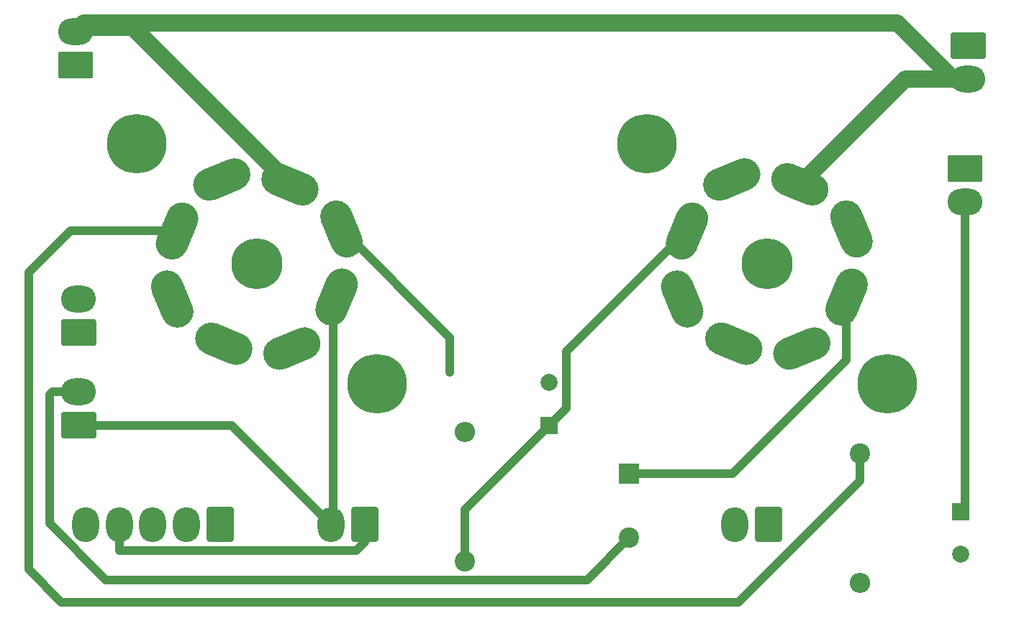
<source format=gbr>
%TF.GenerationSoftware,KiCad,Pcbnew,(5.1.6)-1*%
%TF.CreationDate,2020-10-25T20:05:07+00:00*%
%TF.ProjectId,QuadNew1 - Copy (2),51756164-4e65-4773-9120-2d20436f7079,rev?*%
%TF.SameCoordinates,Original*%
%TF.FileFunction,Copper,L1,Top*%
%TF.FilePolarity,Positive*%
%FSLAX46Y46*%
G04 Gerber Fmt 4.6, Leading zero omitted, Abs format (unit mm)*
G04 Created by KiCad (PCBNEW (5.1.6)-1) date 2020-10-25 20:05:07*
%MOMM*%
%LPD*%
G01*
G04 APERTURE LIST*
%TA.AperFunction,ComponentPad*%
%ADD10C,2.400000*%
%TD*%
%TA.AperFunction,ComponentPad*%
%ADD11O,2.400000X2.400000*%
%TD*%
%TA.AperFunction,ComponentPad*%
%ADD12C,2.000000*%
%TD*%
%TA.AperFunction,ComponentPad*%
%ADD13R,2.000000X2.000000*%
%TD*%
%TA.AperFunction,ComponentPad*%
%ADD14C,6.000000*%
%TD*%
%TA.AperFunction,ComponentPad*%
%ADD15C,7.000000*%
%TD*%
%TA.AperFunction,ComponentPad*%
%ADD16O,4.100000X3.160000*%
%TD*%
%TA.AperFunction,ComponentPad*%
%ADD17R,2.400000X2.400000*%
%TD*%
%TA.AperFunction,ComponentPad*%
%ADD18O,3.160000X4.100000*%
%TD*%
%TA.AperFunction,ViaPad*%
%ADD19C,0.800000*%
%TD*%
%TA.AperFunction,Conductor*%
%ADD20C,1.000000*%
%TD*%
%TA.AperFunction,Conductor*%
%ADD21C,2.000000*%
%TD*%
G04 APERTURE END LIST*
D10*
%TO.P,R41,1*%
%TO.N,/PowerSupply/K4*%
X205994000Y-105283000D03*
D11*
%TO.P,R41,2*%
%TO.N,/OPT/W*%
X205994000Y-120523000D03*
%TD*%
D12*
%TO.P,C41,2*%
%TO.N,/OPT/W*%
X217805000Y-117141000D03*
D13*
%TO.P,C41,1*%
%TO.N,/PowerSupply/K4*%
X217805000Y-112141000D03*
%TD*%
%TO.P,C31,1*%
%TO.N,/PowerSupply/K3*%
X169418000Y-101981000D03*
D12*
%TO.P,C31,2*%
%TO.N,/OPT/U*%
X169418000Y-96981000D03*
%TD*%
%TO.P,V3,1*%
%TO.N,N/C*%
%TA.AperFunction,ComponentPad*%
G36*
G01*
X187642507Y-74383382D02*
X187642507Y-74383382D01*
G75*
G02*
X188670779Y-71900912I1755371J727099D01*
G01*
X191627193Y-70676326D01*
G75*
G02*
X194109663Y-71704598I727099J-1755371D01*
G01*
X194109663Y-71704598D01*
G75*
G02*
X193081391Y-74187068I-1755371J-727099D01*
G01*
X190124977Y-75411654D01*
G75*
G02*
X187642507Y-74383382I-727099J1755371D01*
G01*
G37*
%TD.AperFunction*%
%TO.P,V3,2*%
%TO.N,/+6.3v*%
%TA.AperFunction,ComponentPad*%
G36*
G01*
X202121641Y-74952776D02*
X202121641Y-74952776D01*
G75*
G02*
X199639171Y-75981048I-1755371J727099D01*
G01*
X196682757Y-74756462D01*
G75*
G02*
X195654485Y-72273992I727099J1755371D01*
G01*
X195654485Y-72273992D01*
G75*
G02*
X198136955Y-71245720I1755371J-727099D01*
G01*
X201093369Y-72470306D01*
G75*
G02*
X202121641Y-74952776I-727099J-1755371D01*
G01*
G37*
%TD.AperFunction*%
%TO.P,V3,3*%
%TO.N,/OPT/Z*%
%TA.AperFunction,ComponentPad*%
G36*
G01*
X203616618Y-75642507D02*
X203616618Y-75642507D01*
G75*
G02*
X206099088Y-76670779I727099J-1755371D01*
G01*
X207323674Y-79627193D01*
G75*
G02*
X206295402Y-82109663I-1755371J-727099D01*
G01*
X206295402Y-82109663D01*
G75*
G02*
X203812932Y-81081391I-727099J1755371D01*
G01*
X202588346Y-78124977D01*
G75*
G02*
X203616618Y-75642507I1755371J727099D01*
G01*
G37*
%TD.AperFunction*%
%TO.P,V3,4*%
%TO.N,/+330v*%
%TA.AperFunction,ComponentPad*%
G36*
G01*
X203047224Y-90121641D02*
X203047224Y-90121641D01*
G75*
G02*
X202018952Y-87639171I727099J1755371D01*
G01*
X203243538Y-84682757D01*
G75*
G02*
X205726008Y-83654485I1755371J-727099D01*
G01*
X205726008Y-83654485D01*
G75*
G02*
X206754280Y-86136955I-727099J-1755371D01*
G01*
X205529694Y-89093369D01*
G75*
G02*
X203047224Y-90121641I-1755371J727099D01*
G01*
G37*
%TD.AperFunction*%
%TO.P,V3,5*%
%TO.N,/V3*%
%TA.AperFunction,ComponentPad*%
G36*
G01*
X195890337Y-94295402D02*
X195890337Y-94295402D01*
G75*
G02*
X196918609Y-91812932I1755371J727099D01*
G01*
X199875023Y-90588346D01*
G75*
G02*
X202357493Y-91616618I727099J-1755371D01*
G01*
X202357493Y-91616618D01*
G75*
G02*
X201329221Y-94099088I-1755371J-727099D01*
G01*
X198372807Y-95323674D01*
G75*
G02*
X195890337Y-94295402I-727099J1755371D01*
G01*
G37*
%TD.AperFunction*%
%TO.P,V3,6*%
%TO.N,N/C*%
%TA.AperFunction,ComponentPad*%
G36*
G01*
X187878359Y-91047224D02*
X187878359Y-91047224D01*
G75*
G02*
X190360829Y-90018952I1755371J-727099D01*
G01*
X193317243Y-91243538D01*
G75*
G02*
X194345515Y-93726008I-727099J-1755371D01*
G01*
X194345515Y-93726008D01*
G75*
G02*
X191863045Y-94754280I-1755371J727099D01*
G01*
X188906631Y-93529694D01*
G75*
G02*
X187878359Y-91047224I727099J1755371D01*
G01*
G37*
%TD.AperFunction*%
%TO.P,V3,7*%
%TO.N,/-6.3v*%
%TA.AperFunction,ComponentPad*%
G36*
G01*
X186383382Y-90357493D02*
X186383382Y-90357493D01*
G75*
G02*
X183900912Y-89329221I-727099J1755371D01*
G01*
X182676326Y-86372807D01*
G75*
G02*
X183704598Y-83890337I1755371J727099D01*
G01*
X183704598Y-83890337D01*
G75*
G02*
X186187068Y-84918609I727099J-1755371D01*
G01*
X187411654Y-87875023D01*
G75*
G02*
X186383382Y-90357493I-1755371J-727099D01*
G01*
G37*
%TD.AperFunction*%
%TO.P,V3,8*%
%TO.N,/PowerSupply/K3*%
%TA.AperFunction,ComponentPad*%
G36*
G01*
X184273992Y-82345515D02*
X184273992Y-82345515D01*
G75*
G02*
X183245720Y-79863045I727099J1755371D01*
G01*
X184470306Y-76906631D01*
G75*
G02*
X186952776Y-75878359I1755371J-727099D01*
G01*
X186952776Y-75878359D01*
G75*
G02*
X187981048Y-78360829I-727099J-1755371D01*
G01*
X186756462Y-81317243D01*
G75*
G02*
X184273992Y-82345515I-1755371J727099D01*
G01*
G37*
%TD.AperFunction*%
D14*
%TO.P,V3,*%
%TO.N,*%
X195000000Y-83000000D03*
D15*
%TO.P,V3,9*%
%TO.N,N/C*%
X180857864Y-68857864D03*
%TO.P,V3,10*%
X209142136Y-97142136D03*
%TD*%
D10*
%TO.P,R31,1*%
%TO.N,/PowerSupply/K3*%
X159512000Y-117983000D03*
D11*
%TO.P,R31,2*%
%TO.N,/OPT/U*%
X159512000Y-102743000D03*
%TD*%
%TO.P,J7,1*%
%TO.N,/V4*%
%TA.AperFunction,ComponentPad*%
G36*
G01*
X115846000Y-92662000D02*
X112246000Y-92662000D01*
G75*
G02*
X111996000Y-92412000I0J250000D01*
G01*
X111996000Y-89752000D01*
G75*
G02*
X112246000Y-89502000I250000J0D01*
G01*
X115846000Y-89502000D01*
G75*
G02*
X116096000Y-89752000I0J-250000D01*
G01*
X116096000Y-92412000D01*
G75*
G02*
X115846000Y-92662000I-250000J0D01*
G01*
G37*
%TD.AperFunction*%
D16*
%TO.P,J7,2*%
%TO.N,/V3*%
X114046000Y-87122000D03*
%TD*%
D15*
%TO.P,V4,10*%
%TO.N,N/C*%
X149142136Y-97142136D03*
%TO.P,V4,9*%
X120857864Y-68857864D03*
D14*
%TO.P,V4,*%
%TO.N,*%
X135000000Y-83000000D03*
%TO.P,V4,8*%
%TO.N,/PowerSupply/K4*%
%TA.AperFunction,ComponentPad*%
G36*
G01*
X124273992Y-82345515D02*
X124273992Y-82345515D01*
G75*
G02*
X123245720Y-79863045I727099J1755371D01*
G01*
X124470306Y-76906631D01*
G75*
G02*
X126952776Y-75878359I1755371J-727099D01*
G01*
X126952776Y-75878359D01*
G75*
G02*
X127981048Y-78360829I-727099J-1755371D01*
G01*
X126756462Y-81317243D01*
G75*
G02*
X124273992Y-82345515I-1755371J727099D01*
G01*
G37*
%TD.AperFunction*%
%TO.P,V4,7*%
%TO.N,/-6.3v*%
%TA.AperFunction,ComponentPad*%
G36*
G01*
X126383382Y-90357493D02*
X126383382Y-90357493D01*
G75*
G02*
X123900912Y-89329221I-727099J1755371D01*
G01*
X122676326Y-86372807D01*
G75*
G02*
X123704598Y-83890337I1755371J727099D01*
G01*
X123704598Y-83890337D01*
G75*
G02*
X126187068Y-84918609I727099J-1755371D01*
G01*
X127411654Y-87875023D01*
G75*
G02*
X126383382Y-90357493I-1755371J-727099D01*
G01*
G37*
%TD.AperFunction*%
%TO.P,V4,6*%
%TO.N,N/C*%
%TA.AperFunction,ComponentPad*%
G36*
G01*
X127878359Y-91047224D02*
X127878359Y-91047224D01*
G75*
G02*
X130360829Y-90018952I1755371J-727099D01*
G01*
X133317243Y-91243538D01*
G75*
G02*
X134345515Y-93726008I-727099J-1755371D01*
G01*
X134345515Y-93726008D01*
G75*
G02*
X131863045Y-94754280I-1755371J727099D01*
G01*
X128906631Y-93529694D01*
G75*
G02*
X127878359Y-91047224I727099J1755371D01*
G01*
G37*
%TD.AperFunction*%
%TO.P,V4,5*%
%TO.N,/V4*%
%TA.AperFunction,ComponentPad*%
G36*
G01*
X135890337Y-94295402D02*
X135890337Y-94295402D01*
G75*
G02*
X136918609Y-91812932I1755371J727099D01*
G01*
X139875023Y-90588346D01*
G75*
G02*
X142357493Y-91616618I727099J-1755371D01*
G01*
X142357493Y-91616618D01*
G75*
G02*
X141329221Y-94099088I-1755371J-727099D01*
G01*
X138372807Y-95323674D01*
G75*
G02*
X135890337Y-94295402I-727099J1755371D01*
G01*
G37*
%TD.AperFunction*%
%TO.P,V4,4*%
%TO.N,/+330v*%
%TA.AperFunction,ComponentPad*%
G36*
G01*
X143047224Y-90121641D02*
X143047224Y-90121641D01*
G75*
G02*
X142018952Y-87639171I727099J1755371D01*
G01*
X143243538Y-84682757D01*
G75*
G02*
X145726008Y-83654485I1755371J-727099D01*
G01*
X145726008Y-83654485D01*
G75*
G02*
X146754280Y-86136955I-727099J-1755371D01*
G01*
X145529694Y-89093369D01*
G75*
G02*
X143047224Y-90121641I-1755371J727099D01*
G01*
G37*
%TD.AperFunction*%
%TO.P,V4,3*%
%TO.N,/OPT/X*%
%TA.AperFunction,ComponentPad*%
G36*
G01*
X143616618Y-75642507D02*
X143616618Y-75642507D01*
G75*
G02*
X146099088Y-76670779I727099J-1755371D01*
G01*
X147323674Y-79627193D01*
G75*
G02*
X146295402Y-82109663I-1755371J-727099D01*
G01*
X146295402Y-82109663D01*
G75*
G02*
X143812932Y-81081391I-727099J1755371D01*
G01*
X142588346Y-78124977D01*
G75*
G02*
X143616618Y-75642507I1755371J727099D01*
G01*
G37*
%TD.AperFunction*%
%TO.P,V4,2*%
%TO.N,/+6.3v*%
%TA.AperFunction,ComponentPad*%
G36*
G01*
X142121641Y-74952776D02*
X142121641Y-74952776D01*
G75*
G02*
X139639171Y-75981048I-1755371J727099D01*
G01*
X136682757Y-74756462D01*
G75*
G02*
X135654485Y-72273992I727099J1755371D01*
G01*
X135654485Y-72273992D01*
G75*
G02*
X138136955Y-71245720I1755371J-727099D01*
G01*
X141093369Y-72470306D01*
G75*
G02*
X142121641Y-74952776I-727099J-1755371D01*
G01*
G37*
%TD.AperFunction*%
%TO.P,V4,1*%
%TO.N,N/C*%
%TA.AperFunction,ComponentPad*%
G36*
G01*
X127642507Y-74383382D02*
X127642507Y-74383382D01*
G75*
G02*
X128670779Y-71900912I1755371J727099D01*
G01*
X131627193Y-70676326D01*
G75*
G02*
X134109663Y-71704598I727099J-1755371D01*
G01*
X134109663Y-71704598D01*
G75*
G02*
X133081391Y-74187068I-1755371J-727099D01*
G01*
X130124977Y-75411654D01*
G75*
G02*
X127642507Y-74383382I-727099J1755371D01*
G01*
G37*
%TD.AperFunction*%
%TD*%
D10*
%TO.P,C13,2*%
%TO.N,/0v*%
X178816000Y-115196000D03*
D17*
%TO.P,C13,1*%
%TO.N,/+330v*%
X178816000Y-107696000D03*
%TD*%
%TO.P,L1,1*%
%TO.N,/+340v*%
%TA.AperFunction,ComponentPad*%
G36*
G01*
X149281000Y-111865000D02*
X149281000Y-115465000D01*
G75*
G02*
X149031000Y-115715000I-250000J0D01*
G01*
X146371000Y-115715000D01*
G75*
G02*
X146121000Y-115465000I0J250000D01*
G01*
X146121000Y-111865000D01*
G75*
G02*
X146371000Y-111615000I250000J0D01*
G01*
X149031000Y-111615000D01*
G75*
G02*
X149281000Y-111865000I0J-250000D01*
G01*
G37*
%TD.AperFunction*%
D18*
%TO.P,L1,2*%
%TO.N,/+330v*%
X143741000Y-113665000D03*
%TD*%
%TO.P,J11,1*%
%TO.N,/-6.3v*%
%TA.AperFunction,ComponentPad*%
G36*
G01*
X216894000Y-55697000D02*
X220494000Y-55697000D01*
G75*
G02*
X220744000Y-55947000I0J-250000D01*
G01*
X220744000Y-58607000D01*
G75*
G02*
X220494000Y-58857000I-250000J0D01*
G01*
X216894000Y-58857000D01*
G75*
G02*
X216644000Y-58607000I0J250000D01*
G01*
X216644000Y-55947000D01*
G75*
G02*
X216894000Y-55697000I250000J0D01*
G01*
G37*
%TD.AperFunction*%
D16*
%TO.P,J11,2*%
%TO.N,/+6.3v*%
X218694000Y-61237000D03*
%TD*%
%TO.P,J12,1*%
%TO.N,/-6.3v*%
%TA.AperFunction,ComponentPad*%
G36*
G01*
X115465000Y-61143000D02*
X111865000Y-61143000D01*
G75*
G02*
X111615000Y-60893000I0J250000D01*
G01*
X111615000Y-58233000D01*
G75*
G02*
X111865000Y-57983000I250000J0D01*
G01*
X115465000Y-57983000D01*
G75*
G02*
X115715000Y-58233000I0J-250000D01*
G01*
X115715000Y-60893000D01*
G75*
G02*
X115465000Y-61143000I-250000J0D01*
G01*
G37*
%TD.AperFunction*%
%TO.P,J12,2*%
%TO.N,/+6.3v*%
X113665000Y-55603000D03*
%TD*%
%TO.P,J15,2*%
%TO.N,/PowerSupply/K4*%
X218313000Y-75715000D03*
%TO.P,J15,1*%
%TO.N,/PowerSupply/K3*%
%TA.AperFunction,ComponentPad*%
G36*
G01*
X216513000Y-70175000D02*
X220113000Y-70175000D01*
G75*
G02*
X220363000Y-70425000I0J-250000D01*
G01*
X220363000Y-73085000D01*
G75*
G02*
X220113000Y-73335000I-250000J0D01*
G01*
X216513000Y-73335000D01*
G75*
G02*
X216263000Y-73085000I0J250000D01*
G01*
X216263000Y-70425000D01*
G75*
G02*
X216513000Y-70175000I250000J0D01*
G01*
G37*
%TD.AperFunction*%
%TD*%
D18*
%TO.P,J6,2*%
%TO.N,/0v*%
X191239000Y-113665000D03*
%TO.P,J6,1*%
%TO.N,/+340v*%
%TA.AperFunction,ComponentPad*%
G36*
G01*
X196779000Y-111865000D02*
X196779000Y-115465000D01*
G75*
G02*
X196529000Y-115715000I-250000J0D01*
G01*
X193869000Y-115715000D01*
G75*
G02*
X193619000Y-115465000I0J250000D01*
G01*
X193619000Y-111865000D01*
G75*
G02*
X193869000Y-111615000I250000J0D01*
G01*
X196529000Y-111615000D01*
G75*
G02*
X196779000Y-111865000I0J-250000D01*
G01*
G37*
%TD.AperFunction*%
%TD*%
%TO.P,J5,1*%
%TO.N,/OPT/U*%
%TA.AperFunction,ComponentPad*%
G36*
G01*
X132263000Y-111865000D02*
X132263000Y-115465000D01*
G75*
G02*
X132013000Y-115715000I-250000J0D01*
G01*
X129353000Y-115715000D01*
G75*
G02*
X129103000Y-115465000I0J250000D01*
G01*
X129103000Y-111865000D01*
G75*
G02*
X129353000Y-111615000I250000J0D01*
G01*
X132013000Y-111615000D01*
G75*
G02*
X132263000Y-111865000I0J-250000D01*
G01*
G37*
%TD.AperFunction*%
%TO.P,J5,2*%
%TO.N,/OPT/W*%
X126723000Y-113665000D03*
%TO.P,J5,3*%
%TO.N,/OPT/X*%
X122763000Y-113665000D03*
%TO.P,J5,4*%
%TO.N,/+340v*%
X118803000Y-113665000D03*
%TO.P,J5,5*%
%TO.N,/OPT/Z*%
X114843000Y-113665000D03*
%TD*%
%TO.P,J16,1*%
%TO.N,/+330v*%
%TA.AperFunction,ComponentPad*%
G36*
G01*
X115846000Y-103561000D02*
X112246000Y-103561000D01*
G75*
G02*
X111996000Y-103311000I0J250000D01*
G01*
X111996000Y-100651000D01*
G75*
G02*
X112246000Y-100401000I250000J0D01*
G01*
X115846000Y-100401000D01*
G75*
G02*
X116096000Y-100651000I0J-250000D01*
G01*
X116096000Y-103311000D01*
G75*
G02*
X115846000Y-103561000I-250000J0D01*
G01*
G37*
%TD.AperFunction*%
D16*
%TO.P,J16,2*%
%TO.N,/0v*%
X114046000Y-98021000D03*
%TD*%
D19*
%TO.N,/OPT/X*%
X157734000Y-95758000D03*
%TD*%
D20*
%TO.N,/0v*%
X110996000Y-98021000D02*
X110617000Y-98400000D01*
X114046000Y-98021000D02*
X110996000Y-98021000D01*
X173828999Y-120183001D02*
X178816000Y-115196000D01*
X110617000Y-113557685D02*
X117242316Y-120183001D01*
X117242316Y-120183001D02*
X173828999Y-120183001D01*
X110617000Y-98400000D02*
X110617000Y-113557685D01*
%TO.N,/+330v*%
X143637000Y-113665000D02*
X143637000Y-114498784D01*
X143637000Y-114498784D02*
X143741000Y-114394784D01*
X143741000Y-113665000D02*
X143637000Y-113665000D01*
X143741000Y-114394784D02*
X143741000Y-112727216D01*
X204386616Y-94317384D02*
X204386616Y-86888063D01*
X178816000Y-107696000D02*
X191008000Y-107696000D01*
X191008000Y-107696000D02*
X204386616Y-94317384D01*
X144018000Y-113388000D02*
X143741000Y-113665000D01*
X144018000Y-88392000D02*
X144018000Y-113388000D01*
X144386616Y-86888063D02*
X144386616Y-88023384D01*
X144386616Y-88023384D02*
X144018000Y-88392000D01*
X132057000Y-101981000D02*
X114046000Y-101981000D01*
X143741000Y-113665000D02*
X132057000Y-101981000D01*
%TO.N,/PowerSupply/K3*%
X159512000Y-111887000D02*
X169418000Y-101981000D01*
X159512000Y-117983000D02*
X159512000Y-111887000D01*
X171418001Y-93307320D02*
X185613384Y-79111937D01*
X171418001Y-99980999D02*
X171418001Y-93307320D01*
X169418000Y-101981000D02*
X171418001Y-99980999D01*
%TO.N,/PowerSupply/K4*%
X218313000Y-111633000D02*
X217805000Y-112141000D01*
X218313000Y-75715000D02*
X218313000Y-111633000D01*
X113039063Y-79111937D02*
X125613384Y-79111937D01*
X108204000Y-83947000D02*
X113039063Y-79111937D01*
X205994000Y-108504056D02*
X191689056Y-122809000D01*
X108150010Y-88899305D02*
X108204000Y-88845315D01*
X108150010Y-118945010D02*
X108150010Y-88899305D01*
X191689056Y-122809000D02*
X112014000Y-122809000D01*
X108204000Y-88845315D02*
X108204000Y-83947000D01*
X112014000Y-122809000D02*
X108150010Y-118945010D01*
X205994000Y-105283000D02*
X205994000Y-108504056D01*
D21*
%TO.N,/+6.3v*%
X211264447Y-61237000D02*
X198888063Y-73613384D01*
X218694000Y-61237000D02*
X211264447Y-61237000D01*
D20*
X120877679Y-55603000D02*
X113665000Y-55603000D01*
D21*
X138888063Y-73613384D02*
X120877679Y-55603000D01*
D20*
X114602784Y-55603000D02*
X113665000Y-55603000D01*
X216985000Y-61237000D02*
X218694000Y-61237000D01*
D21*
X114617990Y-54650010D02*
X113665000Y-55603000D01*
X216985000Y-61237000D02*
X210398010Y-54650010D01*
X210398010Y-54650010D02*
X114617990Y-54650010D01*
D20*
%TO.N,/OPT/X*%
X157734000Y-91654075D02*
X144956010Y-78876085D01*
X157734000Y-95758000D02*
X157734000Y-91654075D01*
%TO.N,/OPT/Z*%
X204956010Y-78876085D02*
X204956010Y-79099010D01*
%TO.N,/+340v*%
X118803000Y-116715000D02*
X118803000Y-113665000D01*
X118803010Y-116715010D02*
X118803000Y-116715000D01*
X147701000Y-115715000D02*
X146700990Y-116715010D01*
X146700990Y-116715010D02*
X118803010Y-116715010D01*
X147701000Y-113665000D02*
X147701000Y-115715000D01*
%TD*%
M02*

</source>
